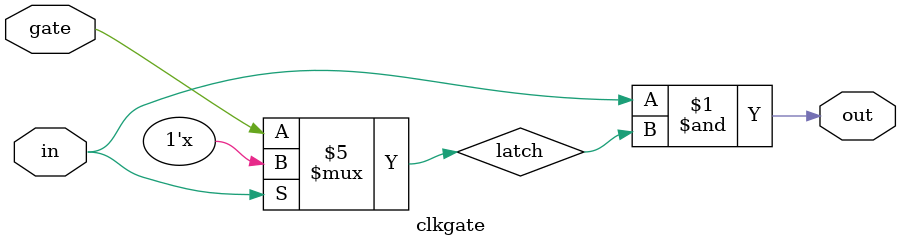
<source format=v>
`ifndef _clkgate_v_
`define _clkgate_v_

module clkgate(
	input wire in,
	input wire gate,
	output wire out
);

reg latch = 0;
assign out = (in & latch);

always@(in or gate)
begin
	if (~in) begin
		latch <= gate;
	end
end

endmodule

`endif

</source>
